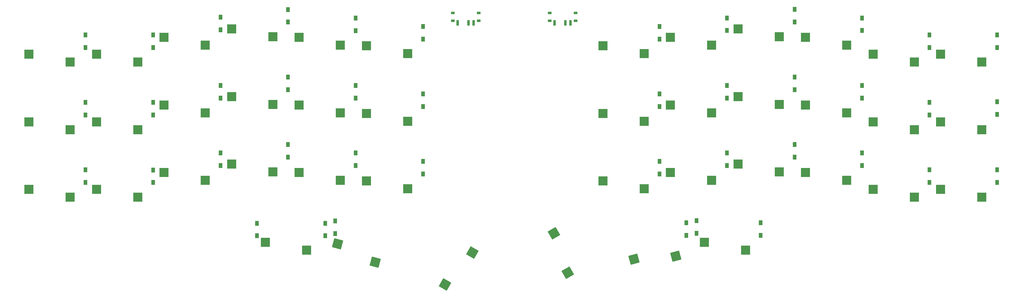
<source format=gbp>
%TF.GenerationSoftware,KiCad,Pcbnew,(6.0.9-0)*%
%TF.CreationDate,2022-12-17T09:44:14-06:00*%
%TF.ProjectId,cho-corne-ice,63686f2d-636f-4726-9e65-2d6963652e6b,v0.2*%
%TF.SameCoordinates,Original*%
%TF.FileFunction,Paste,Bot*%
%TF.FilePolarity,Positive*%
%FSLAX46Y46*%
G04 Gerber Fmt 4.6, Leading zero omitted, Abs format (unit mm)*
G04 Created by KiCad (PCBNEW (6.0.9-0)) date 2022-12-17 09:44:14*
%MOMM*%
%LPD*%
G01*
G04 APERTURE LIST*
G04 Aperture macros list*
%AMRotRect*
0 Rectangle, with rotation*
0 The origin of the aperture is its center*
0 $1 length*
0 $2 width*
0 $3 Rotation angle, in degrees counterclockwise*
0 Add horizontal line*
21,1,$1,$2,0,0,$3*%
G04 Aperture macros list end*
%ADD10R,2.600000X2.600000*%
%ADD11RotRect,2.600000X2.600000X165.000000*%
%ADD12RotRect,2.600000X2.600000X240.000000*%
%ADD13RotRect,2.600000X2.600000X120.000000*%
%ADD14RotRect,2.600000X2.600000X195.000000*%
%ADD15R,1.000000X1.400000*%
%ADD16R,1.000000X0.800000*%
%ADD17R,0.700000X1.500000*%
G04 APERTURE END LIST*
D10*
X30807500Y-39480000D03*
X42407500Y-41680000D03*
X49807500Y-34730000D03*
X61407500Y-36930000D03*
X68807500Y-32355000D03*
X80407500Y-34555000D03*
X87807500Y-34730000D03*
X99407500Y-36930000D03*
X11807500Y-58480000D03*
X23407500Y-60680000D03*
X30807500Y-58480000D03*
X42407500Y-60680000D03*
X49807500Y-53730000D03*
X61407500Y-55930000D03*
X68807500Y-51355000D03*
X80407500Y-53555000D03*
X87807500Y-53730000D03*
X99407500Y-55930000D03*
X106807500Y-56105000D03*
X118407500Y-58305000D03*
X11807500Y-77480000D03*
X23407500Y-79680000D03*
X30807500Y-77480000D03*
X42407500Y-79680000D03*
X49807500Y-72730000D03*
X61407500Y-74930000D03*
X68807500Y-70355000D03*
X80407500Y-72555000D03*
X87807500Y-72730000D03*
X99407500Y-74930000D03*
X106807500Y-75105000D03*
X118407500Y-77305000D03*
X78307500Y-92355000D03*
X89907500Y-94555000D03*
D11*
X98632685Y-92830727D03*
X109268023Y-97958065D03*
D12*
X128911794Y-104193011D03*
X136617050Y-95247116D03*
D13*
X159510206Y-89811989D03*
X163404950Y-100957884D03*
D10*
X211314500Y-70350000D03*
X222914500Y-72550000D03*
X192314500Y-72725000D03*
X203914500Y-74925000D03*
X173314500Y-75100000D03*
X184914500Y-77300000D03*
X201814500Y-92350000D03*
X213414500Y-94550000D03*
D14*
X182054946Y-97122124D03*
X193829088Y-96244860D03*
D10*
X211314500Y-32350000D03*
X222914500Y-34550000D03*
X192314500Y-34725000D03*
X203914500Y-36925000D03*
X268314500Y-58475000D03*
X279914500Y-60675000D03*
X230314500Y-34725000D03*
X241914500Y-36925000D03*
X249314500Y-58475000D03*
X260914500Y-60675000D03*
X249314500Y-77475000D03*
X260914500Y-79675000D03*
X230314500Y-72725000D03*
X241914500Y-74925000D03*
X268314500Y-39475000D03*
X279914500Y-41675000D03*
X249314500Y-39475000D03*
X260914500Y-41675000D03*
X230314500Y-53725000D03*
X241914500Y-55925000D03*
X211314500Y-51350000D03*
X222914500Y-53550000D03*
X192314500Y-53725000D03*
X203914500Y-55925000D03*
X173314500Y-56100000D03*
X184914500Y-58300000D03*
X268314500Y-77475000D03*
X279914500Y-79675000D03*
X11807500Y-39480000D03*
X23407500Y-41680000D03*
X106807500Y-37105000D03*
X118407500Y-39305000D03*
X173307500Y-37105000D03*
X184907500Y-39305000D03*
D15*
X27734500Y-34001875D03*
X27734500Y-37551875D03*
X46734500Y-34005000D03*
X46734500Y-37555000D03*
X65707500Y-29005000D03*
X65707500Y-32555000D03*
X84707500Y-26880000D03*
X84707500Y-30430000D03*
X103707500Y-29255000D03*
X103707500Y-32805000D03*
X122707500Y-31630000D03*
X122707500Y-35180000D03*
X27734500Y-53001875D03*
X27734500Y-56551875D03*
X46734500Y-53005000D03*
X46734500Y-56555000D03*
X65707500Y-48255000D03*
X65707500Y-51805000D03*
X84707500Y-45880000D03*
X84707500Y-49430000D03*
X103707500Y-48255000D03*
X103707500Y-51805000D03*
X122707500Y-50630000D03*
X122707500Y-54180000D03*
X27734500Y-72001875D03*
X27734500Y-75551875D03*
X46734500Y-72005000D03*
X46734500Y-75555000D03*
X65707500Y-67255000D03*
X65707500Y-70805000D03*
X84707500Y-64880000D03*
X84707500Y-68430000D03*
X103707500Y-67255000D03*
X103707500Y-70805000D03*
X122707500Y-69630000D03*
X122707500Y-73180000D03*
X75987500Y-86991000D03*
X75987500Y-90541000D03*
X95164500Y-86990000D03*
X95164500Y-90540000D03*
X98007500Y-86356000D03*
X98007500Y-89906000D03*
X265214500Y-34000000D03*
X265214500Y-37550000D03*
X246214500Y-29250000D03*
X246214500Y-32800000D03*
X227214500Y-26875000D03*
X227214500Y-30425000D03*
X189207500Y-31630000D03*
X189207500Y-35180000D03*
X284214500Y-52850000D03*
X284214500Y-56400000D03*
X265214500Y-53000000D03*
X265214500Y-56550000D03*
X246214500Y-48250000D03*
X246214500Y-51800000D03*
X227214500Y-45875000D03*
X227214500Y-49425000D03*
X208214500Y-48250000D03*
X208214500Y-51800000D03*
X189207500Y-50630000D03*
X189207500Y-54180000D03*
X284214500Y-72000000D03*
X284214500Y-75550000D03*
X265214500Y-72000000D03*
X265214500Y-75550000D03*
X246214500Y-67250000D03*
X246214500Y-70800000D03*
X227214500Y-64875000D03*
X227214500Y-68425000D03*
X208214500Y-67250000D03*
X208214500Y-70800000D03*
X189207500Y-69630000D03*
X189207500Y-73180000D03*
X217714500Y-86860000D03*
X217714500Y-90410000D03*
X199664500Y-86305000D03*
X199664500Y-89855000D03*
X196814500Y-86875000D03*
X196814500Y-90425000D03*
X284214500Y-34000000D03*
X284214500Y-37550000D03*
X208214500Y-29250000D03*
X208214500Y-32800000D03*
D16*
X165612500Y-30030000D03*
X165612500Y-27830000D03*
X158312500Y-30030000D03*
X158312500Y-27830000D03*
D17*
X159712500Y-30680000D03*
X162712500Y-30680000D03*
X164212500Y-30680000D03*
D16*
X131043787Y-30010000D03*
X131043787Y-27810000D03*
X138343787Y-27810000D03*
X138343787Y-30010000D03*
D17*
X132443787Y-30660000D03*
X135443787Y-30660000D03*
X136943787Y-30660000D03*
M02*

</source>
